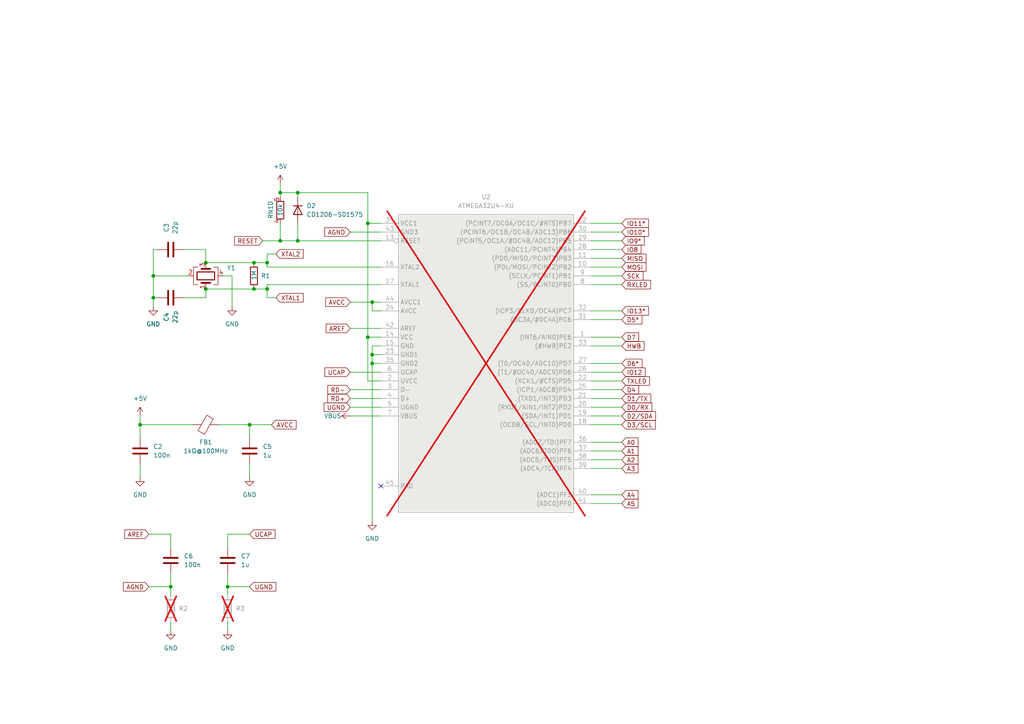
<source format=kicad_sch>
(kicad_sch (version 20231120) (generator "eeschema") (generator_version "8.0")
  (paper "A4")
  (title_block (title "Arduino Leonardo ATMEGA32U4-AU") (date "2024-06-07") (rev "1") (company "Carlos Sabogal"))
  (lib_symbols
    (symbol "ATMEGA32U4-XU_1"
      (property "Reference" "U" (at 0 87.122 0))
      (property "Value" "ATMEGA32U4-XU" (at 0 -2.54 0))
      (symbol "ATMEGA32U4-XU_1_1_0"
        (pin bidirectional line (at 55.88 50.8 180) (length 5.08) (name "(INT6/AIN0)PE6") (number "1"))
        (pin bidirectional line (at 55.88 71.12 180) (length 5.08) (name "(PDI/MOSI/PCINT2)PB2") (number "10"))
        (pin bidirectional line (at 55.88 73.66 180) (length 5.08) (name "(PD0/MISO/PCINT3)PB3") (number "11"))
        (pin bidirectional line (at 55.88 83.82 180) (length 5.08) (name "(PCINT7/OC0A/OC1C/#RTS)PB7") (number "12"))
        (pin input inverted (at -5.08 78.74 0) (length 5.08) (name "RESET") (number "13"))
        (pin power_in line (at -5.08 50.8 0) (length 5.08) (name "VCC") (number "14"))
        (pin power_in line (at -5.08 48.26 0) (length 5.08) (name "GND") (number "15"))
        (pin bidirectional line (at -5.08 71.12 0) (length 5.08) (name "XTAL2") (number "16"))
        (pin bidirectional line (at -5.08 66.04 0) (length 5.08) (name "XTAL1") (number "17"))
        (pin bidirectional line (at 55.88 25.4 180) (length 5.08) (name "(OC0B/SCL/INT0)PD0") (number "18"))
        (pin bidirectional line (at 55.88 27.94 180) (length 5.08) (name "(SDA/INT1)PD1") (number "19"))
        (pin power_in line (at -5.08 38.1 0) (length 5.08) (name "UVCC") (number "2"))
        (pin bidirectional line (at 55.88 30.48 180) (length 5.08) (name "(RXD1/AIN1/INT2)PD2") (number "20"))
        (pin bidirectional line (at 55.88 33.02 180) (length 5.08) (name "(TXD1/INT3)PD3") (number "21"))
        (pin bidirectional line (at 55.88 38.1 180) (length 5.08) (name "(XCK1/#CTS)PD5") (number "22"))
        (pin power_in line (at -5.08 45.72 0) (length 5.08) (name "GND1") (number "23"))
        (pin power_in line (at -5.08 58.42 0) (length 5.08) (name "AVCC") (number "24"))
        (pin bidirectional line (at 55.88 35.56 180) (length 5.08) (name "(ICP1/ADC8)PD4") (number "25"))
        (pin bidirectional line (at 55.88 40.64 180) (length 5.08) (name "(T1/#OC4D/ADC9)PD6") (number "26"))
        (pin bidirectional line (at 55.88 43.18 180) (length 5.08) (name "(T0/OC4D/ADC10)PD7") (number "27"))
        (pin bidirectional line (at 55.88 76.2 180) (length 5.08) (name "(ADC11/PCINT4)PB4") (number "28"))
        (pin bidirectional line (at 55.88 78.74 180) (length 5.08) (name "(PCINT5/OC1A/#OC4B/ADC12)PB5") (number "29"))
        (pin bidirectional line (at -5.08 35.56 0) (length 5.08) (name "D-") (number "3"))
        (pin bidirectional line (at 55.88 81.28 180) (length 5.08) (name "(PCINT6/OC1B/OC4B/ADC13)PB6") (number "30"))
        (pin bidirectional line (at 55.88 55.88 180) (length 5.08) (name "(OC3A/#0C4A)PC6") (number "31"))
        (pin bidirectional line (at 55.88 58.42 180) (length 5.08) (name "(ICP3/CLK0/OC4A)PC7") (number "32"))
        (pin bidirectional line (at 55.88 48.26 180) (length 5.08) (name "(#HWB)PE2") (number "33"))
        (pin power_in line (at -5.08 83.82 0) (length 5.08) (name "VCC1") (number "34"))
        (pin power_in line (at -5.08 43.18 0) (length 5.08) (name "GND2") (number "35"))
        (pin bidirectional line (at 55.88 20.32 180) (length 5.08) (name "(ADC7/TDI)PF7") (number "36"))
        (pin bidirectional line (at 55.88 17.78 180) (length 5.08) (name "(ADC6/TDO)PF6") (number "37"))
        (pin bidirectional line (at 55.88 15.24 180) (length 5.08) (name "(ADC5/TMS)PF5") (number "38"))
        (pin bidirectional line (at 55.88 12.7 180) (length 5.08) (name "(ADC4/TCK)PF4") (number "39"))
        (pin bidirectional line (at -5.08 33.02 0) (length 5.08) (name "D+") (number "4"))
        (pin bidirectional line (at 55.88 5.08 180) (length 5.08) (name "(ADC1)PF1") (number "40"))
        (pin bidirectional line (at 55.88 2.54 180) (length 5.08) (name "(ADC0)PF0") (number "41"))
        (pin power_in line (at -5.08 53.34 0) (length 5.08) (name "AREF") (number "42"))
        (pin power_in line (at -5.08 81.28 0) (length 5.08) (name "GND3") (number "43"))
        (pin power_in line (at -5.08 60.96 0) (length 5.08) (name "AVCC1") (number "44"))
        (pin power_in line (at -5.08 7.62 0) (length 5.08) (name "PAD") (number "45"))
        (pin power_in line (at -5.08 30.48 0) (length 5.08) (name "UGND") (number "5"))
        (pin passive line (at -5.08 40.64 0) (length 5.08) (name "UCAP") (number "6"))
        (pin input line (at -5.08 27.94 0) (length 5.08) (name "VBUS") (number "7"))
        (pin bidirectional line (at 55.88 66.04 180) (length 5.08) (name "(SS/PCINT0)PB0") (number "8"))
        (pin bidirectional line (at 55.88 68.58 180) (length 5.08) (name "(SCLK/PCINT1)PB1") (number "9"))
      )
      (symbol "ATMEGA32U4-XU_1_1_1"
        (rectangle (start 0 86.36) (end 50.8 0) (fill (type background)))
      )
    )
    (symbol "Device:C" (pin_numbers hide) (pin_names (offset 0.254))
      (property "Reference" "C" (at 0.635 2.54 0))
      (property "Value" "C" (at 0.635 -2.54 0))
      (symbol "C_0_1"
        (polyline (pts (xy -2.032 -0.762) (xy 2.032 -0.762)) (stroke (width 0.508)))
        (polyline (pts (xy -2.032 0.762) (xy 2.032 0.762)) (stroke (width 0.508)))
      )
      (symbol "C_1_1"
        (pin passive line (at 0 3.81 270) (length 2.794) (name "~") (number "1"))
        (pin passive line (at 0 -3.81 90) (length 2.794) (name "~") (number "2"))
      )
    )
    (symbol "Device:Crystal_GND24" (pin_names (offset 1.016) hide)
      (property "Reference" "Y" (at 3.175 5.08 0))
      (property "Value" "Crystal_GND24" (at 3.175 3.175 0))
      (symbol "Crystal_GND24_0_1"
        (rectangle (start -1.143 2.54) (end 1.143 -2.54) (stroke (width 0.3048)))
        (polyline (pts (xy -2.54 0) (xy -2.032 0)))
        (polyline (pts (xy -2.032 -1.27) (xy -2.032 1.27)) (stroke (width 0.508)))
        (polyline (pts (xy 0 -3.81) (xy 0 -3.556)))
        (polyline (pts (xy 0 3.556) (xy 0 3.81)))
        (polyline (pts (xy 2.032 -1.27) (xy 2.032 1.27)) (stroke (width 0.508)))
        (polyline (pts (xy 2.032 0) (xy 2.54 0)))
        (polyline (pts (xy -2.54 -2.286) (xy -2.54 -3.556) (xy 2.54 -3.556) (xy 2.54 -2.286)))
        (polyline (pts (xy -2.54 2.286) (xy -2.54 3.556) (xy 2.54 3.556) (xy 2.54 2.286)))
      )
      (symbol "Crystal_GND24_1_1"
        (pin passive line (at -3.81 0 0) (length 1.27) (name "1") (number "1"))
        (pin passive line (at 0 5.08 270) (length 1.27) (name "2") (number "2"))
        (pin passive line (at 3.81 0 180) (length 1.27) (name "3") (number "3"))
        (pin passive line (at 0 -5.08 90) (length 1.27) (name "4") (number "4"))
      )
    )
    (symbol "Device:D" (pin_numbers hide) (pin_names (offset 1.016) hide)
      (property "Reference" "D" (at 0 2.54 0))
      (property "Value" "D" (at 0 -2.54 0))
      (symbol "D_0_1"
        (polyline (pts (xy -1.27 1.27) (xy -1.27 -1.27)) (stroke (width 0.254)))
        (polyline (pts (xy 1.27 0) (xy -1.27 0)))
        (polyline (pts (xy 1.27 1.27) (xy 1.27 -1.27) (xy -1.27 0) (xy 1.27 1.27)) (stroke (width 0.254)))
      )
      (symbol "D_1_1"
        (pin passive line (at -3.81 0 0) (length 2.54) (name "K") (number "1"))
        (pin passive line (at 3.81 0 180) (length 2.54) (name "A") (number "2"))
      )
    )
    (symbol "Device:FerriteBead" (pin_numbers hide) (pin_names (offset 0))
      (property "Reference" "FB" (at -3.81 0.635 90))
      (property "Value" "FerriteBead" (at 3.81 0 90))
      (symbol "FerriteBead_0_1"
        (polyline (pts (xy 0 -1.27) (xy 0 -1.2192)))
        (polyline (pts (xy 0 1.27) (xy 0 1.2954)))
        (polyline (pts (xy -2.7686 0.4064) (xy -1.7018 2.2606) (xy 2.7686 -0.3048) (xy 1.6764 -2.159) (xy -2.7686 0.4064)))
      )
      (symbol "FerriteBead_1_1"
        (pin passive line (at 0 3.81 270) (length 2.54) (name "~") (number "1"))
        (pin passive line (at 0 -3.81 90) (length 2.54) (name "~") (number "2"))
      )
    )
    (symbol "Device:R" (pin_numbers hide) (pin_names (offset 0))
      (property "Reference" "R" (at 2.032 0 90))
      (property "Value" "R" (at 0 0 90))
      (symbol "R_0_1"
        (rectangle (start -1.016 -2.54) (end 1.016 2.54) (stroke (width 0.254)))
      )
      (symbol "R_1_1"
        (pin passive line (at 0 3.81 270) (length 1.27) (name "~") (number "1"))
        (pin passive line (at 0 -3.81 90) (length 1.27) (name "~") (number "2"))
      )
    )
    (symbol "Device:R_Pack04_Split" (pin_names (offset 0) hide)
      (property "Reference" "RN" (at 2.032 0 90))
      (property "Value" "R_Pack04_Split" (at 0 0 90))
      (symbol "R_Pack04_Split_0_1"
        (rectangle (start 1.016 2.54) (end -1.016 -2.54) (stroke (width 0.254)))
      )
      (symbol "R_Pack04_Split_1_1"
        (pin passive line (at 0 -3.81 90) (length 1.27) (name "R1.1") (number "1"))
        (pin passive line (at 0 3.81 270) (length 1.27) (name "R1.2") (number "8"))
      )
      (symbol "R_Pack04_Split_2_1"
        (pin passive line (at 0 -3.81 90) (length 1.27) (name "R2.1") (number "2"))
        (pin passive line (at 0 3.81 270) (length 1.27) (name "R2.2") (number "7"))
      )
      (symbol "R_Pack04_Split_3_1"
        (pin passive line (at 0 -3.81 90) (length 1.27) (name "R3.1") (number "3"))
        (pin passive line (at 0 3.81 270) (length 1.27) (name "R3.2") (number "6"))
      )
      (symbol "R_Pack04_Split_4_1"
        (pin passive line (at 0 -3.81 90) (length 1.27) (name "R4.1") (number "4"))
        (pin passive line (at 0 3.81 270) (length 1.27) (name "R4.2") (number "5"))
      )
    )
    (symbol "power:+5V" (power) (pin_numbers hide) (pin_names (offset 0) hide)
      (property "Value" "+5V" (at 0 3.556 0))
      (symbol "+5V_0_1"
        (polyline (pts (xy -0.762 1.27) (xy 0 2.54)))
        (polyline (pts (xy 0 0) (xy 0 2.54)))
        (polyline (pts (xy 0 2.54) (xy 0.762 1.27)))
      )
      (symbol "+5V_1_1"
        (pin power_in line (at 0 0 90) (length 0) (name "~") (number "1"))
      )
    )
    (symbol "power:GND" (power) (pin_numbers hide) (pin_names (offset 0) hide)
      (property "Value" "GND" (at 0 -3.81 0))
      (symbol "GND_0_1"
        (polyline (pts (xy 0 0) (xy 0 -1.27) (xy 1.27 -1.27) (xy 0 -2.54) (xy -1.27 -1.27) (xy 0 -1.27)))
      )
      (symbol "GND_1_1"
        (pin power_in line (at 0 0 270) (length 0) (name "~") (number "1"))
      )
    )
    (symbol "power:VBUS" (power) (pin_numbers hide) (pin_names (offset 0) hide)
      (property "Value" "VBUS" (at 0 3.556 0))
      (symbol "VBUS_0_1"
        (polyline (pts (xy -0.762 1.27) (xy 0 2.54)))
        (polyline (pts (xy 0 0) (xy 0 2.54)))
        (polyline (pts (xy 0 2.54) (xy 0.762 1.27)))
      )
      (symbol "VBUS_1_1"
        (pin power_in line (at 0 0 90) (length 0) (name "~") (number "1"))
      )
    )
  )
  (junction (at 40.64 123.19))
  (junction (at 59.69 76.2))
  (junction (at 86.36 55.88))
  (junction (at 66.04 170.18))
  (junction (at 77.47 83.82))
  (junction (at 77.47 76.2))
  (junction (at 107.95 102.87))
  (junction (at 44.45 80.01))
  (junction (at 73.66 76.2))
  (junction (at 107.95 87.63))
  (junction (at 107.95 105.41))
  (junction (at 106.68 64.77))
  (junction (at 49.53 170.18))
  (junction (at 59.69 83.82))
  (junction (at 44.45 86.36))
  (junction (at 73.66 83.82))
  (junction (at 81.28 55.88))
  (junction (at 106.68 97.79))
  (junction (at 81.28 69.85))
  (junction (at 86.36 69.85))
  (junction (at 72.39 123.19))
  (no_connect (at 110.49 140.97))
  (wire (pts (xy 180.34 100.33) (xy 171.45 100.33)))
  (wire (pts (xy 106.68 110.49) (xy 106.68 97.79)))
  (wire (pts (xy 44.45 72.39) (xy 45.72 72.39)))
  (wire (pts (xy 77.47 77.47) (xy 77.47 76.2)))
  (wire (pts (xy 80.01 86.36) (xy 77.47 86.36)))
  (wire (pts (xy 101.6 120.65) (xy 110.49 120.65)))
  (wire (pts (xy 78.74 123.19) (xy 72.39 123.19)))
  (wire (pts (xy 107.95 100.33) (xy 110.49 100.33)))
  (wire (pts (xy 40.64 138.43) (xy 40.64 134.62)))
  (wire (pts (xy 110.49 102.87) (xy 107.95 102.87)))
  (wire (pts (xy 49.53 170.18) (xy 49.53 172.72)))
  (wire (pts (xy 180.34 69.85) (xy 171.45 69.85)))
  (wire (pts (xy 77.47 82.55) (xy 110.49 82.55)))
  (wire (pts (xy 180.34 135.89) (xy 171.45 135.89)))
  (wire (pts (xy 180.34 72.39) (xy 171.45 72.39)))
  (wire (pts (xy 101.6 113.03) (xy 110.49 113.03)))
  (wire (pts (xy 180.34 118.11) (xy 171.45 118.11)))
  (wire (pts (xy 180.34 130.81) (xy 171.45 130.81)))
  (wire (pts (xy 110.49 90.17) (xy 107.95 90.17)))
  (wire (pts (xy 66.04 158.75) (xy 66.04 154.94)))
  (wire (pts (xy 49.53 158.75) (xy 49.53 154.94)))
  (wire (pts (xy 180.34 113.03) (xy 171.45 113.03)))
  (wire (pts (xy 180.34 97.79) (xy 171.45 97.79)))
  (wire (pts (xy 72.39 123.19) (xy 63.5 123.19)))
  (wire (pts (xy 180.34 115.57) (xy 171.45 115.57)))
  (wire (pts (xy 66.04 170.18) (xy 66.04 172.72)))
  (wire (pts (xy 106.68 64.77) (xy 106.68 55.88)))
  (wire (pts (xy 180.34 107.95) (xy 171.45 107.95)))
  (wire (pts (xy 101.6 118.11) (xy 110.49 118.11)))
  (wire (pts (xy 180.34 74.93) (xy 171.45 74.93)))
  (wire (pts (xy 44.45 86.36) (xy 45.72 86.36)))
  (wire (pts (xy 72.39 138.43) (xy 72.39 134.62)))
  (wire (pts (xy 81.28 55.88) (xy 81.28 57.15)))
  (wire (pts (xy 101.6 87.63) (xy 107.95 87.63)))
  (wire (pts (xy 86.36 55.88) (xy 106.68 55.88)))
  (wire (pts (xy 59.69 76.2) (xy 59.69 72.39)))
  (wire (pts (xy 101.6 107.95) (xy 110.49 107.95)))
  (wire (pts (xy 107.95 102.87) (xy 107.95 100.33)))
  (wire (pts (xy 49.53 180.34) (xy 49.53 182.88)))
  (wire (pts (xy 73.66 76.2) (xy 77.47 76.2)))
  (wire (pts (xy 101.6 115.57) (xy 110.49 115.57)))
  (wire (pts (xy 180.34 92.71) (xy 171.45 92.71)))
  (wire (pts (xy 180.34 110.49) (xy 171.45 110.49)))
  (wire (pts (xy 107.95 90.17) (xy 107.95 87.63)))
  (wire (pts (xy 66.04 180.34) (xy 66.04 182.88)))
  (wire (pts (xy 59.69 86.36) (xy 59.69 83.82)))
  (wire (pts (xy 180.34 128.27) (xy 171.45 128.27)))
  (wire (pts (xy 180.34 64.77) (xy 171.45 64.77)))
  (wire (pts (xy 86.36 64.77) (xy 86.36 69.85)))
  (wire (pts (xy 86.36 55.88) (xy 86.36 57.15)))
  (wire (pts (xy 59.69 86.36) (xy 53.34 86.36)))
  (wire (pts (xy 44.45 88.9) (xy 44.45 86.36)))
  (wire (pts (xy 77.47 83.82) (xy 77.47 86.36)))
  (wire (pts (xy 107.95 105.41) (xy 107.95 151.13)))
  (wire (pts (xy 77.47 82.55) (xy 77.47 83.82)))
  (wire (pts (xy 86.36 69.85) (xy 81.28 69.85)))
  (wire (pts (xy 73.66 83.82) (xy 77.47 83.82)))
  (wire (pts (xy 180.34 105.41) (xy 171.45 105.41)))
  (wire (pts (xy 59.69 72.39) (xy 53.34 72.39)))
  (wire (pts (xy 43.18 170.18) (xy 49.53 170.18)))
  (wire (pts (xy 110.49 97.79) (xy 106.68 97.79)))
  (wire (pts (xy 67.31 80.01) (xy 67.31 88.9)))
  (wire (pts (xy 43.18 154.94) (xy 49.53 154.94)))
  (wire (pts (xy 107.95 87.63) (xy 110.49 87.63)))
  (wire (pts (xy 49.53 166.37) (xy 49.53 170.18)))
  (wire (pts (xy 180.34 143.51) (xy 171.45 143.51)))
  (wire (pts (xy 44.45 72.39) (xy 44.45 80.01)))
  (wire (pts (xy 107.95 102.87) (xy 107.95 105.41)))
  (wire (pts (xy 77.47 77.47) (xy 110.49 77.47)))
  (wire (pts (xy 72.39 154.94) (xy 66.04 154.94)))
  (wire (pts (xy 101.6 67.31) (xy 110.49 67.31)))
  (wire (pts (xy 59.69 83.82) (xy 73.66 83.82)))
  (wire (pts (xy 72.39 170.18) (xy 66.04 170.18)))
  (wire (pts (xy 180.34 80.01) (xy 171.45 80.01)))
  (wire (pts (xy 180.34 82.55) (xy 171.45 82.55)))
  (wire (pts (xy 180.34 146.05) (xy 171.45 146.05)))
  (wire (pts (xy 180.34 123.19) (xy 171.45 123.19)))
  (wire (pts (xy 64.77 80.01) (xy 67.31 80.01)))
  (wire (pts (xy 81.28 55.88) (xy 81.28 53.34)))
  (wire (pts (xy 180.34 67.31) (xy 171.45 67.31)))
  (wire (pts (xy 180.34 133.35) (xy 171.45 133.35)))
  (wire (pts (xy 44.45 80.01) (xy 44.45 86.36)))
  (wire (pts (xy 59.69 76.2) (xy 73.66 76.2)))
  (wire (pts (xy 66.04 166.37) (xy 66.04 170.18)))
  (wire (pts (xy 110.49 69.85) (xy 86.36 69.85)))
  (wire (pts (xy 77.47 73.66) (xy 77.47 76.2)))
  (wire (pts (xy 55.88 123.19) (xy 40.64 123.19)))
  (wire (pts (xy 81.28 55.88) (xy 86.36 55.88)))
  (wire (pts (xy 110.49 64.77) (xy 106.68 64.77)))
  (wire (pts (xy 101.6 95.25) (xy 110.49 95.25)))
  (wire (pts (xy 40.64 120.65) (xy 40.64 123.19)))
  (wire (pts (xy 180.34 77.47) (xy 171.45 77.47)))
  (wire (pts (xy 40.64 123.19) (xy 40.64 127)))
  (wire (pts (xy 180.34 90.17) (xy 171.45 90.17)))
  (wire (pts (xy 110.49 110.49) (xy 106.68 110.49)))
  (wire (pts (xy 81.28 69.85) (xy 81.28 64.77)))
  (wire (pts (xy 106.68 64.77) (xy 106.68 97.79)))
  (wire (pts (xy 110.49 105.41) (xy 107.95 105.41)))
  (wire (pts (xy 80.01 73.66) (xy 77.47 73.66)))
  (wire (pts (xy 180.34 120.65) (xy 171.45 120.65)))
  (wire (pts (xy 76.2 69.85) (xy 81.28 69.85)))
  (wire (pts (xy 44.45 80.01) (xy 54.61 80.01)))
  (wire (pts (xy 72.39 127) (xy 72.39 123.19)))
  (global_label "A2" (shape input) (at 180.34 133.35 0) (property "Intersheetrefs" "${INTERSHEET_REFS}" (effects (hide yes))))
  (global_label "AREF" (shape input) (at 101.6 95.25 180) (property "Intersheetrefs" "${INTERSHEET_REFS}" (effects (hide yes))))
  (global_label "UGND" (shape input) (at 72.39 170.18 0) (property "Intersheetrefs" "${INTERSHEET_REFS}" (effects (hide yes))))
  (global_label "UCAP" (shape input) (at 72.39 154.94 0) (property "Intersheetrefs" "${INTERSHEET_REFS}" (effects (hide yes))))
  (global_label "SCK" (shape input) (at 180.34 80.01 0) (property "Intersheetrefs" "${INTERSHEET_REFS}" (effects (hide yes))))
  (global_label "XTAL1" (shape input) (at 80.01 86.36 0) (property "Intersheetrefs" "${INTERSHEET_REFS}" (effects (hide yes))))
  (global_label "D4" (shape input) (at 180.34 113.03 0) (property "Intersheetrefs" "${INTERSHEET_REFS}" (effects (hide yes))))
  (global_label "AGND" (shape input) (at 43.18 170.18 180) (property "Intersheetrefs" "${INTERSHEET_REFS}" (effects (hide yes))))
  (global_label "D2{slash}SDA" (shape input) (at 180.34 120.65 0) (property "Intersheetrefs" "${INTERSHEET_REFS}" (effects (hide yes))))
  (global_label "MISO" (shape input) (at 180.34 74.93 0) (property "Intersheetrefs" "${INTERSHEET_REFS}" (effects (hide yes))))
  (global_label "TXLED" (shape input) (at 180.34 110.49 0) (property "Intersheetrefs" "${INTERSHEET_REFS}" (effects (hide yes))))
  (global_label "AVCC" (shape input) (at 101.6 87.63 180) (property "Intersheetrefs" "${INTERSHEET_REFS}" (effects (hide yes))))
  (global_label "A0" (shape input) (at 180.34 128.27 0) (property "Intersheetrefs" "${INTERSHEET_REFS}" (effects (hide yes))))
  (global_label "D3{slash}SCL" (shape input) (at 180.34 123.19 0) (property "Intersheetrefs" "${INTERSHEET_REFS}" (effects (hide yes))))
  (global_label "UGND" (shape input) (at 101.6 118.11 180) (property "Intersheetrefs" "${INTERSHEET_REFS}" (effects (hide yes))))
  (global_label "IO8" (shape input) (at 180.34 72.39 0) (property "Intersheetrefs" "${INTERSHEET_REFS}" (effects (hide yes))))
  (global_label "IO13*" (shape input) (at 180.34 90.17 0) (property "Intersheetrefs" "${INTERSHEET_REFS}" (effects (hide yes))))
  (global_label "D6*" (shape input) (at 180.34 105.41 0) (property "Intersheetrefs" "${INTERSHEET_REFS}" (effects (hide yes))))
  (global_label "AREF" (shape input) (at 43.18 154.94 180) (property "Intersheetrefs" "${INTERSHEET_REFS}" (effects (hide yes))))
  (global_label "D1{slash}TX" (shape input) (at 180.34 115.57 0) (property "Intersheetrefs" "${INTERSHEET_REFS}" (effects (hide yes))))
  (global_label "AVCC" (shape input) (at 78.74 123.19 0) (property "Intersheetrefs" "${INTERSHEET_REFS}" (effects (hide yes))))
  (global_label "XTAL2" (shape input) (at 80.01 73.66 0) (property "Intersheetrefs" "${INTERSHEET_REFS}" (effects (hide yes))))
  (global_label "UCAP" (shape input) (at 101.6 107.95 180) (property "Intersheetrefs" "${INTERSHEET_REFS}" (effects (hide yes))))
  (global_label "A3" (shape input) (at 180.34 135.89 0) (property "Intersheetrefs" "${INTERSHEET_REFS}" (effects (hide yes))))
  (global_label "IO12" (shape input) (at 180.34 107.95 0) (property "Intersheetrefs" "${INTERSHEET_REFS}" (effects (hide yes))))
  (global_label "D7" (shape input) (at 180.34 97.79 0) (property "Intersheetrefs" "${INTERSHEET_REFS}" (effects (hide yes))))
  (global_label "IO9*" (shape input) (at 180.34 69.85 0) (property "Intersheetrefs" "${INTERSHEET_REFS}" (effects (hide yes))))
  (global_label "IO11*" (shape input) (at 180.34 64.77 0) (property "Intersheetrefs" "${INTERSHEET_REFS}" (effects (hide yes))))
  (global_label "AGND" (shape input) (at 101.6 67.31 180) (property "Intersheetrefs" "${INTERSHEET_REFS}" (effects (hide yes))))
  (global_label "A1" (shape input) (at 180.34 130.81 0) (property "Intersheetrefs" "${INTERSHEET_REFS}" (effects (hide yes))))
  (global_label "D5*" (shape input) (at 180.34 92.71 0) (property "Intersheetrefs" "${INTERSHEET_REFS}" (effects (hide yes))))
  (global_label "RXLED" (shape input) (at 180.34 82.55 0) (property "Intersheetrefs" "${INTERSHEET_REFS}" (effects (hide yes))))
  (global_label "RESET" (shape input) (at 76.2 69.85 180) (property "Intersheetrefs" "${INTERSHEET_REFS}" (effects (hide yes))))
  (global_label "A4" (shape input) (at 180.34 143.51 0) (property "Intersheetrefs" "${INTERSHEET_REFS}" (effects (hide yes))))
  (global_label "RD+" (shape input) (at 101.6 115.57 180) (property "Intersheetrefs" "${INTERSHEET_REFS}" (effects (hide yes))))
  (global_label "A5" (shape input) (at 180.34 146.05 0) (property "Intersheetrefs" "${INTERSHEET_REFS}" (effects (hide yes))))
  (global_label "RD-" (shape input) (at 101.6 113.03 180) (property "Intersheetrefs" "${INTERSHEET_REFS}" (effects (hide yes))))
  (global_label "IO10*" (shape input) (at 180.34 67.31 0) (property "Intersheetrefs" "${INTERSHEET_REFS}" (effects (hide yes))))
  (global_label "D0{slash}RX" (shape input) (at 180.34 118.11 0) (property "Intersheetrefs" "${INTERSHEET_REFS}" (effects (hide yes))))
  (global_label "MOSI" (shape input) (at 180.34 77.47 0) (property "Intersheetrefs" "${INTERSHEET_REFS}" (effects (hide yes))))
  (global_label "HWB" (shape input) (at 180.34 100.33 0) (property "Intersheetrefs" "${INTERSHEET_REFS}" (effects (hide yes))))
  (symbol (lib_id "Device:R") (at 73.66 80.01 180) (unit 1)
    (property "Reference" "R1" (at 75.692 80.01 0) (effects (justify right)))
    (property "Value" "1M" (at 73.66 81.28 90) (effects (justify right)))
    (property "Footprint" "Resistor_SMD:R_0603_1608Metric" (effects (hide yes)))
    (property "Description" "Resistor" (effects (hide yes)))
  )
  (symbol (lib_id "power:+5V") (at 40.64 120.65 0) (unit 1)
    (property "Reference" "#PWR047" (effects (hide yes)))
    (property "Value" "+5V" (at 40.64 115.57 0))
    (property "Description" "Power symbol creates a global label with name \"+5V\"" (effects (hide yes)))
  )
  (symbol (lib_id "power:GND") (at 66.04 182.88 0) (unit 1)
    (property "Reference" "#PWR054" (effects (hide yes)))
    (property "Value" "GND" (at 66.04 187.96 0))
    (property "Description" "Power symbol creates a global label with name \"GND\" , ground" (effects (hide yes)))
  )
  (symbol (lib_id "power:GND") (at 107.95 151.13 0) (unit 1)
    (property "Reference" "#PWR010" (effects (hide yes)))
    (property "Value" "GND" (at 107.95 156.21 0))
    (property "Description" "Power symbol creates a global label with name \"GND\" , ground" (effects (hide yes)))
  )
  (symbol (lib_id "Device:C") (at 72.39 130.81 0) (unit 1)
    (property "Reference" "C5" (at 76.2 129.5399 0) (effects (justify left)))
    (property "Value" "1u" (at 76.2 132.0799 0) (effects (justify left)))
    (property "Footprint" "Capacitor_SMD:C_0603_1608Metric" (effects (hide yes)))
    (property "Description" "Unpolarized capacitor" (effects (hide yes)))
  )
  (symbol (lib_id "Device:C") (at 49.53 72.39 90) (unit 1)
    (property "Reference" "C3" (at 48.26 66.04 0))
    (property "Value" "22p" (at 50.8 66.04 0))
    (property "Footprint" "Capacitor_SMD:C_0603_1608Metric" (effects (hide yes)))
    (property "Description" "Unpolarized capacitor" (effects (hide yes)))
  )
  (symbol (lib_name "ATMEGA32U4-XU_1") (lib_id "Arduino Leonardo:ATMEGA32U4-XU") (at 115.57 148.59 0) (unit 1) (dnp yes)
    (property "Reference" "U2" (at 140.97 57.15 0))
    (property "Value" "ATMEGA32U4-XU" (at 140.97 59.69 0))
    (property "Footprint" "Package_QFP:TQFP-44_10x10mm_P0.8mm" (effects (hide yes)))
  )
  (symbol (lib_id "Device:C") (at 40.64 130.81 0) (unit 1)
    (property "Reference" "C2" (at 44.45 129.5399 0) (effects (justify left)))
    (property "Value" "100n" (at 44.45 132.0799 0) (effects (justify left)))
    (property "Footprint" "Capacitor_SMD:C_0603_1608Metric" (effects (hide yes)))
    (property "Description" "Unpolarized capacitor" (effects (hide yes)))
  )
  (symbol (lib_id "Device:Crystal_GND24") (at 59.69 80.01 90) (unit 1)
    (property "Reference" "Y1" (at 67.056 77.724 90))
    (property "Value" "ECS-160-18-33-JGN-TR" (effects (hide yes)))
    (property "Footprint" "Crystal:Crystal_SMD_SeikoEpson_FA238-4Pin_3.2x2.5mm" (effects (hide yes)))
    (property "Description" "Four pin crystal, GND on pins 2 and 4" (effects (hide yes)))
  )
  (symbol (lib_id "Device:C") (at 49.53 86.36 270) (unit 1)
    (property "Reference" "C4" (at 48.26 91.948 0))
    (property "Value" "22p" (at 50.8 91.948 0))
    (property "Footprint" "Capacitor_SMD:C_0603_1608Metric" (effects (hide yes)))
    (property "Description" "Unpolarized capacitor" (effects (hide yes)))
  )
  (symbol (lib_id "Device:D") (at 86.36 60.96 270) (unit 1)
    (property "Reference" "D2" (at 88.9 59.6899 90) (effects (justify left)))
    (property "Value" "CD1206-S01575" (at 88.9 62.2299 90) (effects (justify left)))
    (property "Footprint" "Diode_SMD:D_1206_3216Metric" (effects (hide yes)))
    (property "Description" "Diode" (effects (hide yes)))
    (property "Sim.Device" "D" (effects (hide yes)))
    (property "Sim.Pins" "1=K 2=A" (effects (hide yes)))
  )
  (symbol (lib_id "power:+5V") (at 81.28 53.34 0) (unit 1)
    (property "Reference" "#PWR04" (effects (hide yes)))
    (property "Value" "+5V" (at 81.28 48.26 0))
    (property "Description" "Power symbol creates a global label with name \"+5V\"" (effects (hide yes)))
  )
  (symbol (lib_id "power:GND") (at 40.64 138.43 0) (unit 1)
    (property "Reference" "#PWR050" (effects (hide yes)))
    (property "Value" "GND" (at 40.64 143.51 0))
    (property "Description" "Power symbol creates a global label with name \"GND\" , ground" (effects (hide yes)))
  )
  (symbol (lib_id "Device:R") (at 49.53 176.53 0) (unit 1) (dnp yes)
    (property "Reference" "R2" (at 51.816 176.53 0) (effects (justify left)))
    (property "Value" "NM" (at 49.53 178.054 90) (effects (justify left)))
    (property "Footprint" "Resistor_SMD:R_0603_1608Metric" (effects (hide yes)))
    (property "Description" "Resistor" (effects (hide yes)))
  )
  (symbol (lib_id "Device:C") (at 49.53 162.56 180) (unit 1)
    (property "Reference" "C6" (at 53.34 161.2899 0) (effects (justify right)))
    (property "Value" "100n" (at 53.34 163.8299 0) (effects (justify right)))
    (property "Footprint" "Capacitor_SMD:C_0603_1608Metric" (effects (hide yes)))
    (property "Description" "Unpolarized capacitor" (effects (hide yes)))
  )
  (symbol (lib_id "Device:R_Pack04_Split") (at 81.28 60.96 0) (unit 4)
    (property "Reference" "RN1" (at 78.486 63.5 90) (effects (justify left)))
    (property "Value" "10k" (at 81.28 62.738 90) (effects (justify left)))
    (property "Footprint" "Resistor_SMD:R_Array_Convex_4x0612" (effects (hide yes)))
    (property "Description" "4 resistor network, parallel topology, split" (effects (hide yes)))
  )
  (symbol (lib_id "power:GND") (at 72.39 138.43 0) (unit 1)
    (property "Reference" "#PWR049" (effects (hide yes)))
    (property "Value" "GND" (at 72.39 143.51 0))
    (property "Description" "Power symbol creates a global label with name \"GND\" , ground" (effects (hide yes)))
  )
  (symbol (lib_id "power:GND") (at 49.53 182.88 0) (unit 1)
    (property "Reference" "#PWR053" (effects (hide yes)))
    (property "Value" "GND" (at 49.53 187.96 0))
    (property "Description" "Power symbol creates a global label with name \"GND\" , ground" (effects (hide yes)))
  )
  (symbol (lib_id "Device:FerriteBead") (at 59.69 123.19 90) (unit 1)
    (property "Reference" "FB1" (at 59.69 128.27 90))
    (property "Value" "1kΩ@100MHz" (at 59.69 130.81 90))
    (property "Footprint" "Inductor_SMD:L_0805_2012Metric" (effects (hide yes)))
    (property "Datasheet" "https://www.murata.com/en-us/products/en-us/products/productdata/8796738977822/ENFA0005.pdf" (effects (hide yes)))
    (property "Description" "Ferrite bead" (effects (hide yes)))
  )
  (symbol (lib_id "power:GND") (at 67.31 88.9 0) (unit 1)
    (property "Reference" "#PWR052" (effects (hide yes)))
    (property "Value" "GND" (at 67.31 93.98 0))
    (property "Description" "Power symbol creates a global label with name \"GND\" , ground" (effects (hide yes)))
  )
  (symbol (lib_id "power:VBUS") (at 101.6 120.65 90) (unit 1)
    (property "Reference" "#PWR08" (effects (hide yes)))
    (property "Value" "VBUS" (at 99.06 120.6499 90) (effects (justify left)))
    (property "Description" "Power symbol creates a global label with name \"VBUS\"" (effects (hide yes)))
  )
  (symbol (lib_id "Device:C") (at 66.04 162.56 0) (unit 1)
    (property "Reference" "C7" (at 69.85 161.2899 0) (effects (justify left)))
    (property "Value" "1u" (at 69.85 163.8299 0) (effects (justify left)))
    (property "Footprint" "Capacitor_SMD:C_0603_1608Metric" (effects (hide yes)))
    (property "Description" "Unpolarized capacitor" (effects (hide yes)))
  )
  (symbol (lib_id "power:GND") (at 44.45 88.9 0) (unit 1)
    (property "Reference" "#PWR051" (effects (hide yes)))
    (property "Value" "GND" (at 44.45 93.98 0))
    (property "Description" "Power symbol creates a global label with name \"GND\" , ground" (effects (hide yes)))
  )
  (symbol (lib_id "Device:R") (at 66.04 176.53 180) (unit 1) (dnp yes)
    (property "Reference" "R3" (at 71.0128 176.5249 0) (effects (justify left)))
    (property "Value" "NM" (at 66.04 175.006 90) (effects (justify left)))
    (property "Footprint" "Resistor_SMD:R_0603_1608Metric" (effects (hide yes)))
    (property "Description" "Resistor" (effects (hide yes)))
  )
)
</source>
